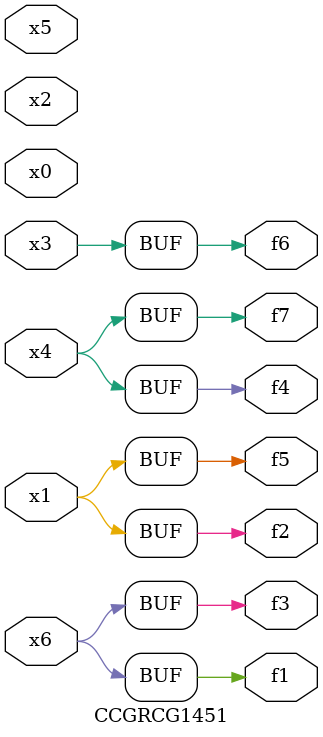
<source format=v>
module CCGRCG1451(
	input x0, x1, x2, x3, x4, x5, x6,
	output f1, f2, f3, f4, f5, f6, f7
);
	assign f1 = x6;
	assign f2 = x1;
	assign f3 = x6;
	assign f4 = x4;
	assign f5 = x1;
	assign f6 = x3;
	assign f7 = x4;
endmodule

</source>
